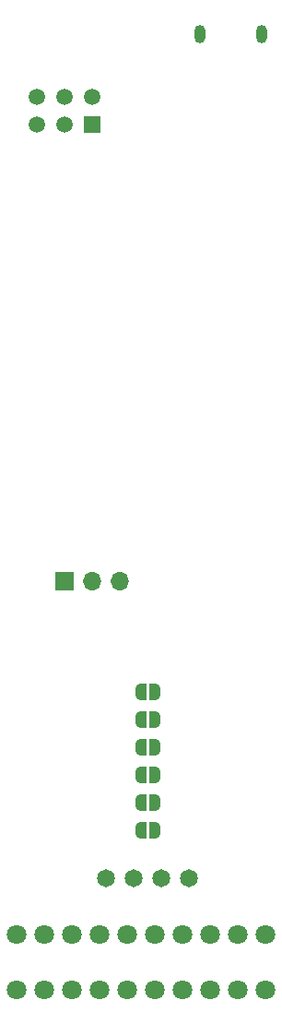
<source format=gbr>
%TF.GenerationSoftware,KiCad,Pcbnew,8.0.6-8.0.6-0~ubuntu24.04.1*%
%TF.CreationDate,2024-12-11T21:38:52+03:00*%
%TF.ProjectId,PM-ESPC3,504d2d45-5350-4433-932e-6b696361645f,rev?*%
%TF.SameCoordinates,Original*%
%TF.FileFunction,Soldermask,Bot*%
%TF.FilePolarity,Negative*%
%FSLAX46Y46*%
G04 Gerber Fmt 4.6, Leading zero omitted, Abs format (unit mm)*
G04 Created by KiCad (PCBNEW 8.0.6-8.0.6-0~ubuntu24.04.1) date 2024-12-11 21:38:52*
%MOMM*%
%LPD*%
G01*
G04 APERTURE LIST*
G04 Aperture macros list*
%AMFreePoly0*
4,1,19,0.500000,-0.750000,0.000000,-0.750000,0.000000,-0.744911,-0.071157,-0.744911,-0.207708,-0.704816,-0.327430,-0.627875,-0.420627,-0.520320,-0.479746,-0.390866,-0.500000,-0.250000,-0.500000,0.250000,-0.479746,0.390866,-0.420627,0.520320,-0.327430,0.627875,-0.207708,0.704816,-0.071157,0.744911,0.000000,0.744911,0.000000,0.750000,0.500000,0.750000,0.500000,-0.750000,0.500000,-0.750000,
$1*%
%AMFreePoly1*
4,1,19,0.000000,0.744911,0.071157,0.744911,0.207708,0.704816,0.327430,0.627875,0.420627,0.520320,0.479746,0.390866,0.500000,0.250000,0.500000,-0.250000,0.479746,-0.390866,0.420627,-0.520320,0.327430,-0.627875,0.207708,-0.704816,0.071157,-0.744911,0.000000,-0.744911,0.000000,-0.750000,-0.500000,-0.750000,-0.500000,0.750000,0.000000,0.750000,0.000000,0.744911,0.000000,0.744911,
$1*%
G04 Aperture macros list end*
%ADD10R,1.500000X1.500000*%
%ADD11C,1.500000*%
%ADD12O,1.000000X1.700000*%
%ADD13C,1.800000*%
%ADD14C,1.650000*%
%ADD15R,1.700000X1.700000*%
%ADD16O,1.700000X1.700000*%
%ADD17FreePoly0,0.000000*%
%ADD18FreePoly1,0.000000*%
%ADD19FreePoly0,180.000000*%
%ADD20FreePoly1,180.000000*%
G04 APERTURE END LIST*
D10*
%TO.C,SW4*%
X-12700000Y36830000D03*
D11*
X-15240000Y36830000D03*
X-17780000Y36830000D03*
X-12700000Y39370000D03*
X-15240000Y39370000D03*
X-17780000Y39370000D03*
%TD*%
D12*
%TO.C,J1*%
X2825029Y45202208D03*
X-2824973Y45202208D03*
%TD*%
D13*
%TO.C,XG1*%
X-19685000Y-37465000D03*
X-19685000Y-42545000D03*
X-17145000Y-37465000D03*
X-17145000Y-42545000D03*
X-14605000Y-37465000D03*
X-12065000Y-37465000D03*
X-9525000Y-37465000D03*
X-9525000Y-42545000D03*
X-6985000Y-37465000D03*
X-6985000Y-42545000D03*
X-4445000Y-37465000D03*
X-4445000Y-42545000D03*
X-1905000Y-37465000D03*
X635000Y-37465000D03*
X3175000Y-37465000D03*
X3175000Y-42545000D03*
X-14605000Y-42545000D03*
X-12065000Y-42545000D03*
X-1905000Y-42545000D03*
X635000Y-42545000D03*
%TD*%
D14*
%TO.C,PS1*%
X-11430000Y-32280000D03*
X-8890000Y-32280000D03*
X-6350000Y-32280000D03*
X-3810000Y-32280000D03*
%TD*%
D15*
%TO.C,J3*%
X-15240000Y-5080000D03*
D16*
X-12700000Y-5080000D03*
X-10160000Y-5080000D03*
%TD*%
D17*
%TO.C,JP5*%
X-8270000Y-27940000D03*
D18*
X-6970000Y-27940000D03*
%TD*%
D19*
%TO.C,JP4*%
X-6970000Y-22860000D03*
D20*
X-8270000Y-22860000D03*
%TD*%
D19*
%TO.C,JP2*%
X-6970000Y-15240000D03*
D20*
X-8270000Y-15240000D03*
%TD*%
D19*
%TO.C,JP1*%
X-6970000Y-20320000D03*
D20*
X-8270000Y-20320000D03*
%TD*%
D17*
%TO.C,JP6*%
X-8270000Y-25400000D03*
D18*
X-6970000Y-25400000D03*
%TD*%
D19*
%TO.C,JP3*%
X-6970000Y-17780000D03*
D20*
X-8270000Y-17780000D03*
%TD*%
M02*

</source>
